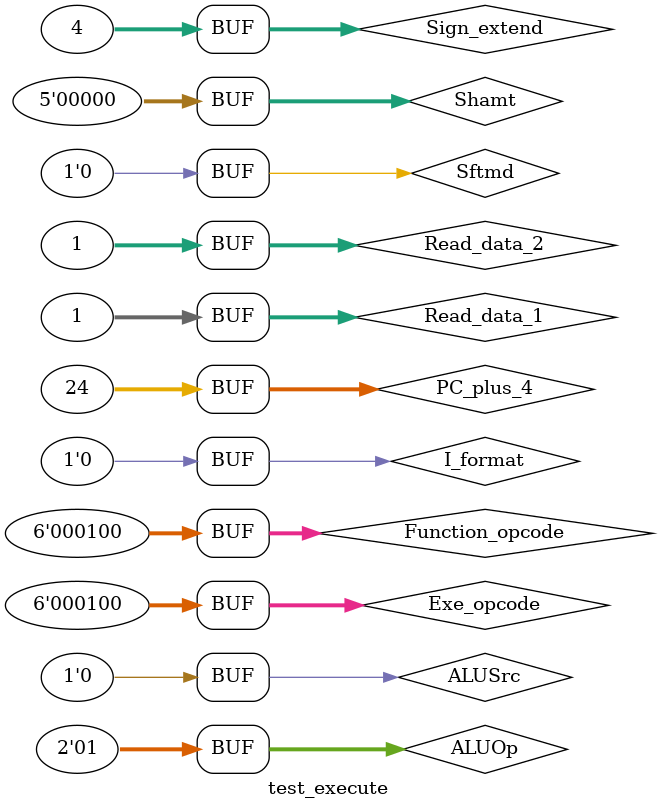
<source format=v>
`timescale 1ns / 1ps


module test_execute(
    );
   // input
   reg[31:0]  Read_data_1 = 32'h00000005;		//r-form rs
   reg[31:0]  Read_data_2 = 32'h00000006;        //r-form rt
   reg[31:0]  Sign_extend = 32'hffffff40;        //i-form
   reg[5:0]   Function_opcode = 6'b100000;      //add 
   reg[5:0]   Exe_opcode = 6'b000000;          //op code
   reg[1:0]   ALUOp = 2'b10;
   reg[4:0]   Shamt = 5'b00000;
   reg        Sftmd = 1'b0;
   reg        ALUSrc = 1'b0;
   reg        I_format = 1'b0;
   reg[31:0]  PC_plus_4 = 32'h00000004;
    // output
   wire       Zero;
   wire[31:0] ALU_Result;
   wire[31:0] Add_Result;        //pc op        
 
    
    execute Uexe(
        Read_data_1,
        Read_data_2,
        Sign_extend,
        Function_opcode,
        Exe_opcode,
        ALUOp,
        ALUSrc,
        Shamt,
        Sftmd,
        I_format,
        Zero,
        ALU_Result,
        Add_Result,
        PC_plus_4
    );
    initial begin
       #200 begin Exe_opcode = 6'b001000;  //addi 
                Read_data_1 = 32'h00000003;		//r-form rs
                Read_data_2 = 32'h00000006;        //r-form rt
                Sign_extend = 32'hffffff40;  
                Function_opcode = 6'b100000;      //addi 
                ALUOp = 2'b10;
                Shamt = 5'b00000;
                Sftmd = 1'b0;
                ALUSrc = 1'b1;
                I_format = 1'b1;
                PC_plus_4 = 32'h00000008;
            end 
       #200 begin Exe_opcode = 6'b000000;  //and
                Read_data_1 = 32'h000000ff;        //r-form rs
                Read_data_2 = 32'h00000ff0;        //r-form rt
                Sign_extend = 32'hffffff40;  
                Function_opcode = 6'b100100;      //and 
                ALUOp = 2'b10;
                Shamt = 5'b00000;
                Sftmd = 1'b0;
                ALUSrc = 1'b0;
                I_format = 1'b0;
                PC_plus_4 = 32'h0000000c;
             end 
       #200 begin Exe_opcode = 6'b000000;  //sll
                Read_data_1 = 32'h00000001;        //r-form rs
                Read_data_2 = 32'h00000002;        //r-form rt
                Sign_extend = 32'hffffff40;  
                Function_opcode = 6'b000000;      //sll
                ALUOp = 2'b10;
                Shamt = 5'b00011;
                Sftmd = 1'b1;
                ALUSrc = 1'b0;
                I_format = 1'b0;
                PC_plus_4 = 32'h00000010;
           end 
       #200 begin Exe_opcode = 6'b001111;  // LUI
                Read_data_1 = 32'h00000001;        //r-form rs
                Read_data_2 = 32'h00000002;        //r-form rt
                Sign_extend = 32'h00000040;  
                Function_opcode = 6'b000000;      //LUI
                ALUOp = 2'b10;
                Shamt = 5'b00001;
                Sftmd = 1'b0;
                ALUSrc = 1'b1;
                I_format = 1'b1;
                PC_plus_4 = 32'h00000014;
            end 
       #200 begin Exe_opcode = 6'b000100;  // BEQ
                Read_data_1 = 32'h00000001;        //r-form rs
                Read_data_2 = 32'h00000001;        //r-form rt
                Sign_extend = 32'h00000004;  
                Function_opcode = 6'b000100;      //LUI
                ALUOp = 2'b01;
                Shamt = 5'b00000;
                Sftmd = 1'b0;
                ALUSrc = 1'b0;
                I_format = 1'b0;
                PC_plus_4 = 32'h00000018;
            end 
      end
endmodule

</source>
